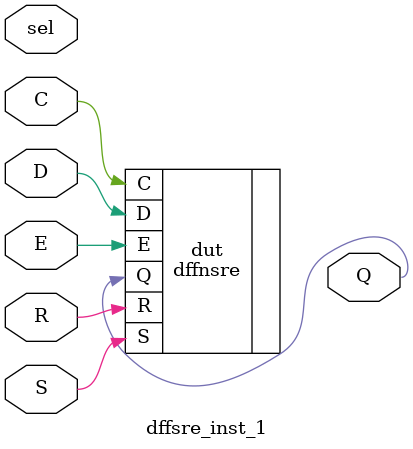
<source format=v>
module dffsre_inst_1( 
input C,E,R,S,
input sel,
input D,
output Q
);

dffnsre dut (.D(D),.C(C),.Q(Q),.E(E),.R(R),.S(S));

endmodule
</source>
